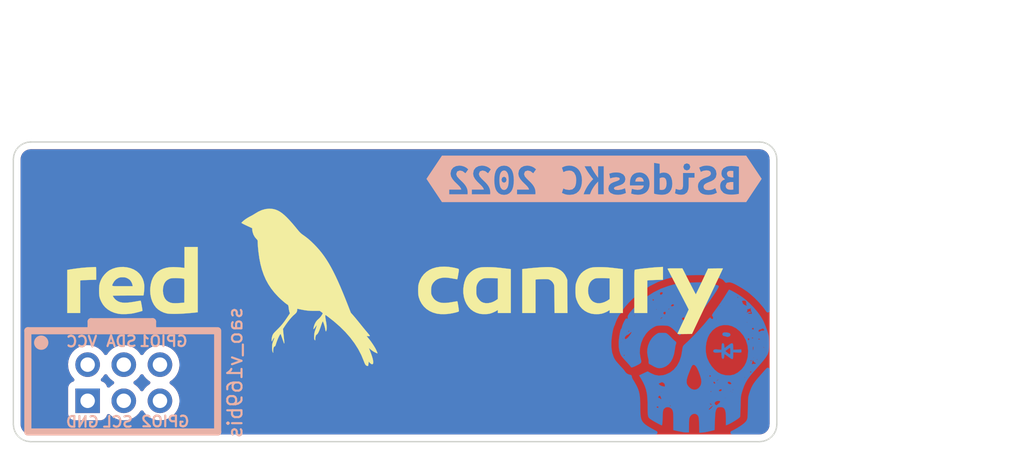
<source format=kicad_pcb>
(kicad_pcb (version 20211014) (generator pcbnew)
  (layers (0 "F.Cu" signal) (31 "B.Cu" signal) (34 "B.Paste" user) (35 "F.Paste" user) (36 "B.SilkS" user "B.Silkscreen") (37 "F.SilkS" user "F.Silkscreen") (38 "B.Mask" user) (39 "F.Mask" user) (44 "Edge.Cuts" user))
  (net 0 "")
  (footprint "LOGO" (layer "F.Cu") (at 134.8793 88.1405)
    (fp_text reference "G***" hide)
    (fp_text value "LOGO" hide)
    (fp_poly (pts (xy 14.357934 8.024667) (xy 14.678556 8.024801) (xy 14.969187 8.02507) (xy 15.231371 8.025483) (xy 15.46665 8.026048) (xy 15.676567 8.026771) (xy 15.862665 8.027662) (xy 16.026487 8.028727) (xy 16.169576 8.029976) (xy 16.293474 8.031415) (xy 16.399725 8.033052) (xy 16.48987 8.034896) (xy 16.565454 8.036954) (xy 16.628019 8.039233) (xy 16.679108 8.041743) (xy 16.720263 8.04449) (xy 16.753028 8.047483) (xy 16.778945 8.050729) (xy 16.799558 8.054236) (xy 16.806334 8.055642) (xy 17.056573 8.130891) (xy 17.285477 8.242646) (xy 17.49253 8.390613) (xy 17.635885 8.528107) (xy 17.79675 8.730229) (xy 17.919286 8.948008) (xy 18.004895 9.184547) (xy 18.054975 9.44295) (xy 18.057138 9.4615) (xy 18.059254 9.502031) (xy 18.061225 9.583821) (xy 18.063048 9.705792) (xy 18.06472 9.866871) (xy 18.066239 10.065982) (xy 18.067602 10.30205) (xy 18.068806 10.573999) (xy 18.069848 10.880754) (xy 18.070725 11.22124) (xy 18.071436 11.594382) (xy 18.071976 11.999104) (xy 18.072343 12.434331) (xy 18.072534 12.898988) (xy 18.072547 13.392) (xy 18.072379 13.91229) (xy 18.072027 14.458785) (xy 18.071513 15.007167) (xy 18.06575 20.372917) (xy 18.018792 20.537736) (xy 17.926389 20.788203) (xy 17.799595 21.015042) (xy 17.64045 21.216194) (xy 17.450991 21.389598) (xy 17.233256 21.533194) (xy 16.989282 21.644921) (xy 16.890421 21.678499) (xy 16.73225 21.727424) (xy 11.281834 21.730314) (xy 10.803051 21.730507) (xy 10.334699 21.730576) (xy 9.878591 21.730525) (xy 9.436538 21.730358) (xy 9.010353 21.730081) (xy 8.601847 21.729696) (xy 8.212834 21.729208) (xy 7.845125 21.728621) (xy 7.500532 21.72794) (xy 7.180868 21.727169) (xy 6.887945 21.726312) (xy 6.623574 21.725372) (xy 6.389569 21.724355) (xy 6.187741 21.723264) (xy 6.019903 21.722105) (xy 5.887867 21.72088) (xy 5.793444 21.719594) (xy 5.738447 21.718251) (xy 5.725087 21.717415) (xy 5.486691 21.662151) (xy 5.246889 21.566489) (xy 5.196417 21.541364) (xy 5.044346 21.446445) (xy 4.891654 21.321287) (xy 4.748691 21.176377) (xy 4.625809 21.022197) (xy 4.533906 20.870334) (xy 4.486705 20.765576) (xy 4.441964 20.649482) (xy 4.40787 20.543677) (xy 4.402376 20.522989) (xy 4.398011 20.505025) (xy 4.39396 20.486128) (xy 4.390209 20.464732) (xy 4.388535 20.452412) (xy 5.358728 20.452412) (xy 5.359511 20.455118) (xy 5.428297 20.550717) (xy 5.525834 20.643459) (xy 5.63919 20.723097) (xy 5.755434 20.779383) (xy 5.7785 20.787123) (xy 5.804074 20.788539) (xy 5.870185 20.789894) (xy 5.975037 20.791184) (xy 6.116834 20.792406) (xy 6.29378 20.793555) (xy 6.504079 20.794627) (xy 6.745936 20.795617) (xy 7.017552 20.796523) (xy 7.317134 20.797338) (xy 7.642885 20.79806) (xy 7.993008 20.798684) (xy 8.365707 20.799206) (xy 8.759188 20.799622) (xy 9.171652 20.799927) (xy 9.601305 20.800117) (xy 10.046351 20.800189) (xy 10.504992 20.800138) (xy 10.975434 20.79996) (xy 11.2395 20.799806) (xy 16.647584 20.79625) (xy 16.758001 20.738044) (xy 16.904133 20.638956) (xy 17.017786 20.512772) (xy 17.078964 20.406497) (xy 17.134417 20.28825) (xy 17.140232 18.703436) (xy 17.146046 17.118623) (xy 17.097898 17.130993) (xy 17.073745 17.13765) (xy 17.010449 17.155243) (xy 16.909636 17.183318) (xy 16.772935 17.221419) (xy 16.601974 17.269093) (xy 16.398382 17.325886) (xy 16.163785 17.391341) (xy 15.899813 17.465006) (xy 15.608093 17.546426) (xy 15.290253 17.635146) (xy 14.947922 17.730712) (xy 14.582728 17.83267) (xy 14.196297 17.940564) (xy 13.79026 18.05394) (xy 13.366243 18.172345) (xy 12.925875 18.295323) (xy 12.470783 18.42242) (xy 12.002597 18.553182) (xy 11.522943 18.687153) (xy 11.19384 18.779079) (xy 10.614482 18.940921) (xy 10.074527 19.09179) (xy 9.572598 19.232078) (xy 9.107322 19.362183) (xy 8.677323 19.482498) (xy 8.281225 19.593419) (xy 7.917653 19.695341) (xy 7.585232 19.788659) (xy 7.282587 19.873768) (xy 7.008342 19.951064) (xy 6.761121 20.02094) (xy 6.539551 20.083793) (xy 6.342254 20.140018) (xy 6.167857 20.190009) (xy 6.014983 20.234161) (xy 5.882257 20.272871) (xy 5.768305 20.306532) (xy 5.67175 20.33554) (xy 5.591217 20.36029) (xy 5.525332 20.381177) (xy 5.472719 20.398596) (xy 5.432002 20.412943) (xy 5.401806 20.424612) (xy 5.380756 20.433998) (xy 5.367476 20.441497) (xy 5.360592 20.447503) (xy 5.358728 20.452412) (xy 4.388535 20.452412) (xy 4.386749 20.439274) (xy 4.383566 20.408187) (xy 4.38065 20.369907) (xy 4.377989 20.322868) (xy 4.375571 20.265506) (xy 4.373384 20.196256) (xy 4.371417 20.113552) (xy 4.369658 20.01583) (xy 4.368096 19.901524) (xy 4.366718 19.769069) (xy 4.365514 19.616901) (xy 4.364472 19.443453) (xy 4.36358 19.247162) (xy 4.362826 19.026462) (xy 4.362198 18.779788) (xy 4.361686 18.505575) (xy 4.361277 18.202258) (xy 4.36096 17.868272) (xy 4.360723 17.502051) (xy 4.360555 17.102032) (xy 4.360444 16.666647) (xy 4.360377 16.194334) (xy 4.360345 15.683526) (xy 4.360334 15.132659) (xy 4.360334 14.869584) (xy 4.360339 14.299899) (xy 4.360364 13.770984) (xy 4.360419 13.281278) (xy 4.360516 12.829215) (xy 4.360617 12.546541) (xy 5.270304 12.546541) (xy 5.270323 12.977942) (xy 5.270392 13.446822) (xy 5.270465 13.954798) (xy 5.2705 14.503483) (xy 5.2705 14.505847) (xy 5.270522 14.960326) (xy 5.270588 15.40354) (xy 5.270695 15.833636) (xy 5.270841 16.248759) (xy 5.271025 16.647057) (xy 5.271244 17.026676) (xy 5.271496 17.385762) (xy 5.27178 17.722463) (xy 5.272093 18.034923) (xy 5.272434 18.32129) (xy 5.2728 18.579711) (xy 5.27319 18.808332) (xy 5.273601 19.005298) (xy 5.274031 19.168758) (xy 5.27448 19.296857) (xy 5.274943 19.387741) (xy 5.27542 19.439558) (xy 5.275792 19.451669) (xy 5.296351 19.446005) (xy 5.356078 19.429392) (xy 5.453371 19.402278) (xy 5.586627 19.365112) (xy 5.754243 19.31834) (xy 5.954617 19.262411) (xy 6.186147 19.197771) (xy 6.44723 19.124869) (xy 6.736263 19.044152) (xy 7.051645 18.956068) (xy 7.391771 18.861064) (xy 7.75504 18.759587) (xy 8.13985 18.652086) (xy 8.544597 18.539008) (xy 8.96768 18.420801) (xy 9.407495 18.297912) (xy 9.86244 18.170789) (xy 10.330913 18.039879) (xy 10.811311 17.90563) (xy 11.20775 17.794839) (xy 17.134417 16.138507) (xy 17.134417 9.450917) (xy 17.088678 9.351948) (xy 17.009635 9.223794) (xy 16.901226 9.107985) (xy 16.776407 9.017763) (xy 16.745857 9.001589) (xy 16.626417 8.942917) (xy 11.281834 8.937303) (xy 10.646975 8.93671) (xy 10.053937 8.936308) (xy 9.502205 8.936098) (xy 8.991268 8.936084) (xy 8.520612 8.936266) (xy 8.089723 8.936645) (xy 7.69809 8.937224) (xy 7.345199 8.938004) (xy 7.030537 8.938987) (xy 6.753591 8.940174) (xy 6.513849 8.941566) (xy 6.310796 8.943166) (xy 6.143921 8.944974) (xy 6.01271 8.946994) (xy 5.916651 8.949225) (xy 5.85523 8.951669) (xy 5.828951 8.954092) (xy 5.691741 9.000781) (xy 5.559443 9.078662) (xy 5.447522 9.177928) (xy 5.416022 9.215915) (xy 5.40035 9.235483) (xy 5.38584 9.252135) (xy 5.372446 9.267486) (xy 5.360124 9.283152) (xy 5.34883 9.300748) (xy 5.338519 9.321892) (xy 5.329147 9.348198) (xy 5.32067 9.381282) (xy 5.313042 9.42276) (xy 5.306219 9.474249) (xy 5.300157 9.537363) (xy 5.294812 9.613719) (xy 5.290139 9.704933) (xy 5.286094 9.81262) (xy 5.282632 9.938396) (xy 5.279708 10.083877) (xy 5.277279 10.250678) (xy 5.2753 10.440417) (xy 5.273725 10.654708) (xy 5.272512 10.895167) (xy 5.271616 11.16341) (xy 5.270991 11.461053) (xy 5.270594 11.789712) (xy 5.27038 12.151003) (xy 5.270304 12.546541) (xy 4.360617 12.546541) (xy 4.360666 12.413235) (xy 4.36088 12.031773) (xy 4.36117 11.683267) (xy 4.361547 11.366154) (xy 4.362023 11.078871) (xy 4.362609 10.819855) (xy 4.363316 10.587543) (xy 4.364156 10.380373) (xy 4.36514 10.196781) (xy 4.366279 10.035204) (xy 4.367585 9.894079) (xy 4.369069 9.771845) (xy 4.370742 9.666937) (xy 4.372617 9.577792) (xy 4.374703 9.502849) (xy 4.377013 9.440543) (xy 4.379558 9.389313) (xy 4.38235 9.347594) (xy 4.385399 9.313825) (xy 4.388717 9.286442) (xy 4.392315 9.263882) (xy 4.396205 9.244583) (xy 4.400399 9.226981) (xy 4.401395 9.223057) (xy 4.484903 8.979238) (xy 4.604298 8.756092) (xy 4.757276 8.556025) (xy 4.941534 8.381445) (xy 5.154767 8.23476) (xy 5.394673 8.118377) (xy 5.49275 8.082464) (xy 5.640917 8.03275) (xy 11.14425 8.026874) (xy 11.718005 8.026277) (xy 12.250969 8.025761) (xy 12.744686 8.025334) (xy 13.200698 8.025003) (xy 13.620548 8.024776) (xy 14.005779 8.024662) (xy 14.357934 8.024667)) (layer "F.Cu") (width 0.01) (fill solid))
  )
  (footprint "LOGO" (layer "F.Cu") (at 134.8793 88.1405)
    (fp_text reference "G***" hide)
    (fp_text value "LOGO" hide)
  )
  (footprint "LOGO" (layer "F.Cu") (at 134.8793 88.1405)
    (fp_text reference "G***" hide)
    (fp_text value "LOGO" hide)
  )
  (footprint "LOGO" (layer "F.Cu") (at 134.8793 88.1405)
    (fp_text reference "G***" hide)
    (fp_text value "LOGO" hide)
  )
  (footprint "LOGO" (layer "F.Cu") (at 134.8793 88.1405)
    (fp_text reference "G***" hide)
    (fp_text value "LOGO" hide)
  )
  (footprint "BadgePirates:Badgelife-SAOv169-SAO_Side_B.SLK" (layer "F.Cu") (at 132.6388 110.1598)
    (fp_text reference "X1" hide)
    (fp_text value "sao_v169bis" (at 8.2042 -0.7874 90) (layer "B.SilkS") (effects (justify mirror)))
    (fp_text user "VCC" (at -2.5654 -2.9718) (layer "B.SilkS") (effects (font (size 0.75 0.75)) (justify mirror)))
    (fp_text user "GPIO1" (at 3.175 -2.9972) (layer "B.SilkS") (effects (font (size 0.75 0.75)) (justify mirror)))
    (fp_text user "SDA" (at 0.2286 -2.9972) (layer "B.SilkS") (effects (font (size 0.75 0.75)) (justify mirror)))
    (fp_text user "SCL" (at -0.0254 2.667) (layer "B.SilkS") (effects (font (size 0.75 0.75)) (justify mirror)))
    (fp_text user "GPIO2" (at 3.302 2.6416) (layer "B.SilkS") (effects (font (size 0.75 0.75)) (justify mirror)))
    (fp_text user "GND" (at -2.5146 2.667) (layer "B.SilkS") (effects (font (size 0.75 0.75)) (justify mirror)))
    (pad "1" thru_hole oval (at -2.1498 -1.3516 270) (size 1.7272 1.7272) (drill 1.016) (layers *.Cu *.Mask))
    (pad "2" thru_hole rect (at -2.1498 1.1884 270) (size 1.7272 1.7272) (drill 1.016) (layers *.Cu *.Mask))
    (pad "3" thru_hole oval (at 0.3902 -1.3516 270) (size 1.7272 1.7272) (drill 1.016) (layers *.Cu *.Mask))
    (pad "4" thru_hole oval (at 0.3902 1.1884 270) (size 1.7272 1.7272) (drill 1.016) (layers *.Cu *.Mask))
    (pad "5" thru_hole circle (at 2.9302 -1.3516 270) (size 1.7272 1.7272) (drill 1.016) (layers *.Cu *.Mask))
    (pad "6" thru_hole circle (at 2.9302 1.1884 270) (size 1.7272 1.7272) (drill 1.016) (layers *.Cu *.Mask))
  )
  (footprint "LOGO" (layer "F.Cu") (at 134.8793 88.1405)
    (fp_text reference "G***" hide)
    (fp_text value "LOGO" hide)
  )
  (footprint "LOGO" (layer "F.Cu") (at 134.8793 88.1405)
    (fp_text reference "G***" hide)
    (fp_text value "LOGO" hide)
  )
  (footprint "kibuzzard-631686B7" (layer "B.Cu") (at 166.0652 95.758 180)
    (fp_text reference "kibuzzard-631686B7" hide)
    (fp_text value "G***" hide)
  )
  (footprint "BadgePiratesLogos:BPSkull_Distressed_F.CU" (layer "B.Cu") (at 173.101 108.3056 180)
    (fp_text reference "G***" hide)
    (fp_text value "BP LOGO" hide)
    (fp_poly (pts (xy -2.438927 4.757491) (xy -2.413077 4.719712) (xy -2.354399 4.628404) (xy -2.27113 4.496534) (xy -2.171505 4.337071) (xy -2.152436 4.306381) (xy -2.019891 4.10012) (xy -1.859846 3.862009) (xy -1.69273 3.621926) (xy -1.542991 3.415142) (xy -1.409592 3.233456) (xy -1.319352 3.103678) (xy -1.26697 3.016398) (xy -1.247149 2.962206) (xy -1.25459 2.931691) (xy -1.265849 2.922934) (xy -1.309484 2.869338) (xy -1.327277 2.792465) (xy -1.317256 2.724343) (xy -1.279769 2.696906) (xy -1.183637 2.730793) (xy -1.129167 2.804231) (xy -1.100024 2.8002) (xy -1.037352 2.744526) (xy -0.953677 2.648706) (xy -0.937692 2.628517) (xy -0.759332 2.410553) (xy -0.538512 2.156931) (xy -0.290841 1.884297) (xy -0.031927 1.609301) (xy 0.22262 1.348591) (xy 0.457193 1.118813) (xy 0.612356 0.975248) (xy 0.719139 0.875626) (xy 0.78138 0.797007) (xy 0.81442 0.710173) (xy 0.833599 0.585907) (xy 0.838044 0.545402) (xy 0.913027 0.113416) (xy 1.038822 -0.265293) (xy 1.213555 -0.588282) (xy 1.435354 -0.853106) (xy 1.702347 -1.057321) (xy 2.012659 -1.198482) (xy 2.214428 -1.25103) (xy 2.499268 -1.273252) (xy 2.776684 -1.22342) (xy 3.0583 -1.099386) (xy 3.069825 -1.092846) (xy 3.273304 -0.976427) (xy 3.571526 -1.118051) (xy 3.869747 -1.259676) (xy 3.74945 -1.460223) (xy 3.59366 -1.736776) (xy 3.474358 -1.993046) (xy 3.387278 -2.246462) (xy 3.328152 -2.514454) (xy 3.292713 -2.814453) (xy 3.276694 -3.163887) (xy 3.274623 -3.399692) (xy 3.271935 -3.694427) (xy 3.262925 -3.916741) (xy 3.247229 -4.072139) (xy 3.224481 -4.166126) (xy 3.22379 -4.167805) (xy 3.185405 -4.231654) (xy 3.117107 -4.298199) (xy 3.007129 -4.376392) (xy 2.843706 -4.475183) (xy 2.748676 -4.529261) (xy 2.583015 -4.620443) (xy 2.440098 -4.695491) (xy 2.334625 -4.746936) (xy 2.281294 -4.767308) (xy 2.280065 -4.767379) (xy 2.258715 -4.734905) (xy 2.242001 -4.635032) (xy 2.229513 -4.464096) (xy 2.22145 -4.242648) (xy 2.214453 -4.024114) (xy 2.205171 -3.868608) (xy 2.191326 -3.761003) (xy 2.170639 -3.686174) (xy 2.140834 -3.628993) (xy 2.125829 -3.607648) (xy 2.013296 -3.513712) (xy 1.979243 -3.50555) (xy 2.508105 -3.50555) (xy 2.527789 -3.530763) (xy 2.585951 -3.545633) (xy 2.639452 -3.504457) (xy 2.648276 -3.485173) (xy 2.629014 -3.448302) (xy 2.582333 -3.438769) (xy 2.512038 -3.457674) (xy 2.508105 -3.50555) (xy 1.979243 -3.50555) (xy 1.875709 -3.480735) (xy 1.733549 -3.506154) (xy 1.607297 -3.587409) (xy 1.53651 -3.681321) (xy 1.509851 -3.742147) (xy 1.490779 -3.819039) (xy 1.478087 -3.925281) (xy 1.470568 -4.074153) (xy 1.467016 -4.27894) (xy 1.466254 -4.454769) (xy 1.465385 -5.099539) (xy 1.074616 -5.187659) (xy 0.890461 -5.224727) (xy 0.71694 -5.251877) (xy 0.579468 -5.265478) (xy 0.527539 -5.265813) (xy 0.371231 -5.255846) (xy 0.37003 -4.766128) (xy 0.367818 -4.552371) (xy 0.360974 -4.399974) (xy 0.347347 -4.292184) (xy 0.324787 -4.212244) (xy 0.291144 -4.143403) (xy 0.289812 -4.141112) (xy 0.183322 -4.018862) (xy 0.053515 -3.957448) (xy -0.081678 -3.95846) (xy -0.204326 -4.023486) (xy -0.263275 -4.092111) (xy -0.292803 -4.151996) (xy -0.31413 -4.236548) (xy -0.32903 -4.359655) (xy -0.33928 -4.535201) (xy -0.34567 -4.736259) (xy -0.359187 -5.275385) (xy -0.521516 -5.272278) (xy -0.652693 -5.261679) (xy -0.815303 -5.237794) (xy -0.918308 -5.217715) (xy -1.07154 -5.183117) (xy -1.216205 -5.148874) (xy -1.289538 -5.130513) (xy -1.426308 -5.094767) (xy -1.449113 -4.449487) (xy -1.459738 -4.192948) (xy -1.471984 -4.000966) (xy -1.487516 -3.859947) (xy -1.507995 -3.756294) (xy -1.535086 -3.676412) (xy -1.546806 -3.650796) (xy -1.603231 -3.552308) (xy -1.665554 -3.505138) (xy -1.766017 -3.487022) (xy -1.786276 -3.485442) (xy -1.934959 -3.488833) (xy -2.047939 -3.528509) (xy -2.129414 -3.612162) (xy -2.183583 -3.747483) (xy -2.214645 -3.942165) (xy -2.226798 -4.2039) (xy -2.227384 -4.293631) (xy -2.227384 -4.76545) (xy -2.334846 -4.724929) (xy -2.461125 -4.668894) (xy -2.613095 -4.588944) (xy -2.775408 -4.494777) (xy -2.93272 -4.396092) (xy -3.069683 -4.302587) (xy -3.170952 -4.22396) (xy -3.22118 -4.169908) (xy -3.223689 -4.163209) (xy -3.229875 -4.099506) (xy -3.236715 -3.971919) (xy -3.243641 -3.794708) (xy -3.250086 -3.582134) (xy -3.254547 -3.392816) (xy -1.308713 -3.392816) (xy -1.296901 -3.430517) (xy -1.242725 -3.501935) (xy -1.204406 -3.543662) (xy -1.102635 -3.637915) (xy -1.0385 -3.673136) (xy -1.016001 -3.647137) (xy -1.016 -3.646698) (xy -1.041977 -3.604087) (xy -1.105464 -3.538441) (xy -1.184795 -3.468552) (xy -1.258303 -3.413212) (xy -1.304324 -3.391213) (xy -1.308713 -3.392816) (xy -3.254547 -3.392816) (xy -3.254742 -3.384555) (xy 1.654663 -3.384555) (xy 1.660769 -3.399692) (xy 1.695884 -3.436971) (xy 1.702152 -3.438769) (xy 1.718937 -3.408536) (xy 1.719385 -3.399692) (xy 1.689344 -3.362117) (xy 1.678002 -3.360616) (xy 1.654663 -3.384555) (xy -3.254742 -3.384555) (xy -3.254846 -3.380154) (xy -3.260577 -3.126855) (xy -3.261833 -3.091924) (xy -1.829308 -3.091924) (xy -1.795988 -3.15572) (xy -1.709615 -3.24279) (xy -1.622309 -3.319648) (xy -1.570436 -3.35214) (xy -1.532435 -3.349378) (xy -1.501611 -3.330709) (xy -1.479347 -3.304442) (xy -1.243604 -3.304442) (xy -1.229692 -3.318879) (xy -1.203921 -3.320296) (xy -1.132353 -3.299541) (xy -1.112085 -3.279862) (xy -1.097339 -3.229692) (xy -1.133785 -3.226255) (xy -1.194699 -3.262084) (xy -1.243604 -3.304442) (xy -1.479347 -3.304442) (xy -1.43726 -3.254788) (xy -1.439033 -3.174456) (xy -1.462806 -3.145692) (xy 1.719385 -3.145692) (xy 1.738923 -3.165231) (xy 1.758462 -3.145692) (xy 1.738923 -3.126154) (xy 1.719385 -3.145692) (xy -1.462806 -3.145692) (xy -1.497191 -3.10409) (xy -1.601994 -3.058064) (xy -1.693154 -3.048) (xy -1.795197 -3.057993) (xy -1.829308 -3.091924) (xy -3.261833 -3.091924) (xy -3.26751 -2.934183) (xy -3.268576 -2.91908) (xy 2.309369 -2.91908) (xy 2.32736 -2.930351) (xy 2.344616 -2.930769) (xy 2.382557 -2.901033) (xy 2.383692 -2.891692) (xy 2.416421 -2.859943) (xy 2.461846 -2.852616) (xy 2.525488 -2.828568) (xy 2.534663 -2.773484) (xy 2.48877 -2.712955) (xy 2.465472 -2.698248) (xy 2.410425 -2.68183) (xy 2.373588 -2.717913) (xy 2.348241 -2.780858) (xy 2.316159 -2.876292) (xy 2.309369 -2.91908) (xy -3.268576 -2.91908) (xy -3.27465 -2.833077) (xy -2.188308 -2.833077) (xy -2.168769 -2.852616) (xy -2.149231 -2.833077) (xy -2.168769 -2.813539) (xy -2.188308 -2.833077) (xy -3.27465 -2.833077) (xy -3.278073 -2.784621) (xy -3.294694 -2.660653) (xy -3.319798 -2.54476) (xy -3.349238 -2.442308) (xy -2.696308 -2.442308) (xy -2.676769 -2.461846) (xy -2.657231 -2.442308) (xy 2.305539 -2.442308) (xy 2.325077 -2.461846) (xy 2.344616 -2.442308) (xy 2.325077 -2.422769) (xy 2.305539 -2.442308) (xy -2.657231 -2.442308) (xy -2.676769 -2.422769) (xy -2.696308 -2.442308) (xy -3.349238 -2.442308) (xy -3.355814 -2.419426) (xy -3.373726 -2.364154) (xy -2.579077 -2.364154) (xy -2.559538 -2.383692) (xy -2.557232 -2.381386) (xy -1.211384 -2.381386) (xy -1.183018 -2.421179) (xy -1.172308 -2.422769) (xy -1.134247 -2.409437) (xy -1.133231 -2.405537) (xy -1.160613 -2.372174) (xy -1.172308 -2.364154) (xy -1.208316 -2.367252) (xy -1.211384 -2.381386) (xy -2.557232 -2.381386) (xy -2.54 -2.364154) (xy -2.559538 -2.344616) (xy -2.579077 -2.364154) (xy -3.373726 -2.364154) (xy -3.405169 -2.267134) (xy -3.405391 -2.266462) (xy -2.735384 -2.266462) (xy -2.721087 -2.298626) (xy -2.709333 -2.292513) (xy -2.707186 -2.271216) (xy -1.933196 -2.271216) (xy -1.926902 -2.30244) (xy -1.885977 -2.355698) (xy -1.819157 -2.377074) (xy -1.756256 -2.365929) (xy -1.727087 -2.321628) (xy -1.728283 -2.306685) (xy -1.771174 -2.258334) (xy -1.843662 -2.234853) (xy -1.91696 -2.235213) (xy -1.933196 -2.271216) (xy -2.707186 -2.271216) (xy -2.704656 -2.246138) (xy -2.709333 -2.24041) (xy -2.732564 -2.245774) (xy -2.735384 -2.266462) (xy -3.405391 -2.266462) (xy -3.411868 -2.246923) (xy -3.507819 -1.984744) (xy -3.585934 -1.816504) (xy -2.608592 -1.816504) (xy -2.600822 -1.861406) (xy -2.530231 -1.884775) (xy -2.442483 -1.87048) (xy -2.369517 -1.815824) (xy -2.363974 -1.802323) (xy -1.484923 -1.802323) (xy -1.458714 -1.834509) (xy -1.404503 -1.828529) (xy -1.358916 -1.790164) (xy -1.355027 -1.78182) (xy -1.349132 -1.719435) (xy -1.35401 -1.709893) (xy -0.503425 -1.709893) (xy -0.475022 -1.883557) (xy -0.429631 -1.993345) (xy -0.313467 -2.148735) (xy -0.164559 -2.241053) (xy 0.002234 -2.267213) (xy 0.17205 -2.224134) (xy 0.293713 -2.14343) (xy 0.421966 -2.014777) (xy 0.433482 -1.996651) (xy 2.052893 -1.996651) (xy 2.056977 -2.034533) (xy 2.102063 -2.043843) (xy 2.196858 -2.030437) (xy 2.31906 -1.992092) (xy 2.419256 -1.934362) (xy 2.432038 -1.922869) (xy 2.511048 -1.843858) (xy 2.385777 -1.779078) (xy 2.295758 -1.738994) (xy 2.233699 -1.739309) (xy 2.165792 -1.776358) (xy 2.09596 -1.83662) (xy 2.068087 -1.886362) (xy 2.058074 -1.967388) (xy 2.052893 -1.996651) (xy 0.433482 -1.996651) (xy 0.503159 -1.88699) (xy 0.538584 -1.746392) (xy 0.533947 -1.660769) (xy 2.344616 -1.660769) (xy 2.364154 -1.680308) (xy 2.383692 -1.660769) (xy 2.364154 -1.641231) (xy 2.344616 -1.660769) (xy 0.533947 -1.660769) (xy 0.529534 -1.579305) (xy 0.477301 -1.372054) (xy 0.389665 -1.127583) (xy 0.301676 -0.904037) (xy 0.235037 -0.743246) (xy 0.18412 -0.634615) (xy 0.143298 -0.567549) (xy 0.106944 -0.531452) (xy 0.069432 -0.515729) (xy 0.064134 -0.514621) (xy -0.024381 -0.530291) (xy -0.115639 -0.612891) (xy -0.211364 -0.765127) (xy -0.31328 -0.989702) (xy -0.415548 -1.267075) (xy -0.483713 -1.510243) (xy -0.503425 -1.709893) (xy -1.35401 -1.709893) (xy -1.35702 -1.704006) (xy -1.400098 -1.705321) (xy -1.453872 -1.744733) (xy -1.484425 -1.796171) (xy -1.484923 -1.802323) (xy -2.363974 -1.802323) (xy -2.344615 -1.755174) (xy -2.375199 -1.712973) (xy -2.445445 -1.703148) (xy -2.523099 -1.727487) (xy -2.545651 -1.744037) (xy -2.608592 -1.816504) (xy -3.585934 -1.816504) (xy -3.61472 -1.754509) (xy -3.744467 -1.536603) (xy -3.752917 -1.525034) (xy -1.713913 -1.525034) (xy -1.711385 -1.538638) (xy -1.685292 -1.572846) (xy -1.625746 -1.62771) (xy -1.590856 -1.641231) (xy -1.563318 -1.63355) (xy -1.566333 -1.630173) (xy -1.607046 -1.60099) (xy -1.660769 -1.561789) (xy -1.713913 -1.525034) (xy -3.752917 -1.525034) (xy -3.8393 -1.406769) (xy -3.556 -1.406769) (xy -3.541702 -1.438934) (xy -3.529949 -1.432821) (xy -3.525272 -1.386445) (xy -3.529949 -1.380718) (xy -3.55318 -1.386082) (xy -3.556 -1.406769) (xy -3.8393 -1.406769) (xy -3.908953 -1.311409) (xy -3.939896 -1.27446) (xy -1.167585 -1.27446) (xy -1.157928 -1.328412) (xy -1.147319 -1.340579) (xy -1.098607 -1.348482) (xy -1.059111 -1.308875) (xy -1.055077 -1.287232) (xy -1.086762 -1.254599) (xy -1.113692 -1.250462) (xy -1.167585 -1.27446) (xy -3.939896 -1.27446) (xy -4.120074 -1.05931) (xy -4.158237 -1.016) (xy -4.024923 -1.016) (xy -3.993272 -1.050668) (xy -3.966308 -1.055077) (xy -3.914305 -1.033977) (xy -3.907692 -1.016) (xy -3.939343 -0.981332) (xy -3.966308 -0.976923) (xy -4.01831 -0.998024) (xy -4.024923 -1.016) (xy -4.158237 -1.016) (xy -4.424854 -0.71474) (xy -4.644397 -0.463937) (xy -4.672262 -0.431109) (xy -4.330018 -0.431109) (xy -4.287175 -0.45434) (xy -4.226355 -0.45045) (xy -4.135391 -0.447943) (xy -4.08219 -0.47111) (xy -4.082016 -0.471387) (xy -4.051238 -0.505409) (xy -4.045919 -0.468795) (xy -4.066016 -0.364787) (xy -4.074361 -0.332154) (xy -3.985846 -0.332154) (xy -3.966308 -0.351692) (xy -3.946769 -0.332154) (xy -3.966308 -0.312616) (xy -3.985846 -0.332154) (xy -4.074361 -0.332154) (xy -4.084356 -0.293077) (xy -4.109257 -0.212617) (xy -4.024923 -0.212617) (xy -4.004521 -0.266083) (xy -3.985846 -0.273539) (xy -3.947888 -0.245492) (xy -3.946769 -0.236768) (xy -3.975174 -0.183845) (xy -3.985846 -0.175846) (xy -4.0193 -0.184705) (xy -4.024923 -0.212617) (xy -4.109257 -0.212617) (xy -4.11508 -0.193804) (xy -4.13399 -0.166502) (xy -4.139516 -0.195888) (xy -4.176053 -0.294319) (xy -4.227549 -0.332657) (xy -4.310193 -0.385543) (xy -4.330018 -0.431109) (xy -4.672262 -0.431109) (xy -4.821426 -0.255383) (xy -4.921137 -0.130257) (xy -4.441743 -0.130257) (xy -4.436379 -0.153488) (xy -4.415692 -0.156308) (xy -4.383527 -0.14201) (xy -4.389641 -0.130257) (xy -4.436016 -0.12558) (xy -4.441743 -0.130257) (xy -4.921137 -0.130257) (xy -4.960498 -0.080865) (xy -5.004081 -0.019539) (xy -4.181231 -0.019539) (xy -4.161692 -0.039077) (xy -4.142154 -0.019539) (xy -4.161692 0) (xy -4.181231 -0.019539) (xy -5.004081 -0.019539) (xy -5.066172 0.067827) (xy -5.143009 0.198904) (xy -5.195566 0.320577) (xy -5.228402 0.441057) (xy -5.229304 0.447564) (xy -3.788274 0.447564) (xy -3.75684 0.054219) (xy -3.731435 -0.069615) (xy -3.646267 -0.347646) (xy -3.526082 -0.581096) (xy -3.354034 -0.801397) (xy -3.318895 -0.839294) (xy -3.068404 -1.05596) (xy -2.798733 -1.196881) (xy -2.510536 -1.261908) (xy -2.204469 -1.250893) (xy -1.887128 -1.16592) (xy -1.658337 -1.044289) (xy -1.459015 -0.879231) (xy -0.898769 -0.879231) (xy -0.879231 -0.898769) (xy -0.859692 -0.879231) (xy -0.879231 -0.859692) (xy -0.898769 -0.879231) (xy -1.459015 -0.879231) (xy -1.435043 -0.85938) (xy -1.229308 -0.625796) (xy -1.053192 -0.358136) (xy -0.918753 -0.071002) (xy -0.87566 0.058615) (xy -0.815852 0.379362) (xy -0.809526 0.721482) (xy -0.853916 1.062913) (xy -0.94625 1.381598) (xy -1.074265 1.640675) (xy -1.278464 1.898829) (xy -1.518508 2.092246) (xy -1.785221 2.220076) (xy -2.069428 2.281468) (xy -2.361955 2.275569) (xy -2.653627 2.201529) (xy -2.935269 2.058497) (xy -3.197706 1.845622) (xy -3.204993 1.838343) (xy -3.452089 1.536435) (xy -3.63336 1.197871) (xy -3.746268 0.831848) (xy -3.788274 0.447564) (xy -5.229304 0.447564) (xy -5.246077 0.568555) (xy -5.250946 0.666852) (xy -4.914111 0.666852) (xy -4.908766 0.664308) (xy -4.873105 0.691817) (xy -4.866348 0.701553) (xy -4.163456 0.701553) (xy -4.159293 0.615406) (xy -4.143284 0.539399) (xy -4.120449 0.508) (xy -4.113543 0.542659) (xy -4.112388 0.629235) (xy -4.113445 0.664161) (xy -4.123445 0.758257) (xy -4.142754 0.775405) (xy -4.151567 0.763331) (xy -4.163456 0.701553) (xy -4.866348 0.701553) (xy -4.865077 0.703384) (xy -4.855119 0.739917) (xy -4.860464 0.742461) (xy -4.896125 0.714952) (xy -4.904154 0.703384) (xy -4.914111 0.666852) (xy -5.250946 0.666852) (xy -5.253148 0.711282) (xy -5.254175 0.877449) (xy -5.253897 0.957384) (xy -5.252094 1.179939) (xy -5.24896 1.27) (xy -4.689231 1.27) (xy -4.669692 1.250461) (xy -4.650154 1.27) (xy -4.669692 1.289538) (xy -4.611077 1.289538) (xy -4.579426 1.25487) (xy -4.552461 1.250461) (xy -4.500459 1.271562) (xy -4.493846 1.289538) (xy -4.516928 1.314822) (xy -3.882329 1.314822) (xy -3.864618 1.258842) (xy -3.857007 1.246276) (xy -3.818896 1.193788) (xy -3.7938 1.209511) (xy -3.774554 1.250126) (xy -3.754339 1.320734) (xy -3.759191 1.349448) (xy -3.8078 1.354848) (xy -3.841645 1.345598) (xy -3.882329 1.314822) (xy -4.516928 1.314822) (xy -4.525497 1.324207) (xy -4.552461 1.328615) (xy -4.604464 1.307515) (xy -4.611077 1.289538) (xy -4.669692 1.289538) (xy -4.689231 1.27) (xy -5.24896 1.27) (xy -5.246292 1.346664) (xy -5.244218 1.367692) (xy -4.142154 1.367692) (xy -4.114107 1.329734) (xy -4.105383 1.328615) (xy -4.05246 1.35702) (xy -4.044461 1.367692) (xy -4.05332 1.401146) (xy -4.081232 1.406769) (xy -4.134698 1.386367) (xy -4.142154 1.367692) (xy -5.244218 1.367692) (xy -5.233149 1.479877) (xy -5.20932 1.601901) (xy -5.171462 1.735055) (xy -5.116231 1.90166) (xy -5.10947 1.92147) (xy -5.106982 1.928377) (xy -4.923692 1.928377) (xy -4.902642 1.885581) (xy -4.828977 1.884779) (xy -4.819107 1.886574) (xy -4.713903 1.882057) (xy -4.660008 1.852052) (xy -4.581286 1.800921) (xy -4.521733 1.825032) (xy -4.512327 1.838327) (xy -4.511843 1.89893) (xy -4.556566 1.954156) (xy -4.618278 1.97184) (xy -4.627212 1.969283) (xy -4.689905 1.979775) (xy -4.72615 2.009862) (xy -4.726758 2.010155) (xy -4.181231 2.010155) (xy -4.173813 1.962602) (xy -4.135003 1.960574) (xy -4.085737 1.977948) (xy -4.045138 2.011047) (xy -4.06743 2.055672) (xy -4.127572 2.090158) (xy -4.172321 2.057275) (xy -4.181231 2.010155) (xy -4.726758 2.010155) (xy -4.79374 2.042405) (xy -4.868754 2.021526) (xy -4.918338 1.960776) (xy -4.923692 1.928377) (xy -5.106982 1.928377) (xy -5.037082 2.122417) (xy -4.95754 2.325834) (xy -4.88874 2.487897) (xy -3.738359 2.487897) (xy -3.732995 2.464666) (xy -3.712308 2.461846) (xy -3.680143 2.476144) (xy -3.686256 2.487897) (xy -3.732631 2.492574) (xy -3.738359 2.487897) (xy -4.88874 2.487897) (xy -4.882592 2.502379) (xy -4.843435 2.585778) (xy -4.778854 2.696308) (xy -1.563077 2.696308) (xy -1.548779 2.664143) (xy -1.537026 2.670256) (xy -1.532349 2.716631) (xy -1.537026 2.722359) (xy -1.560257 2.716995) (xy -1.563077 2.696308) (xy -4.778854 2.696308) (xy -4.672394 2.878511) (xy -4.53256 3.071506) (xy -4.064 3.071506) (xy -4.02932 3.067882) (xy -3.942866 3.065893) (xy -3.910278 3.065762) (xy -3.813967 3.071578) (xy -3.784919 3.091851) (xy -3.795904 3.113174) (xy -3.859037 3.144518) (xy -3.887058 3.140705) (xy -3.949171 3.147088) (xy -3.964832 3.162843) (xy -3.966826 3.208491) (xy -3.917434 3.228518) (xy -3.840094 3.219867) (xy -3.770621 3.188165) (xy -3.703052 3.154497) (xy -3.673298 3.160663) (xy -3.673231 3.162024) (xy -3.701468 3.216365) (xy -3.708639 3.221579) (xy -3.728856 3.27212) (xy -3.72362 3.321577) (xy -3.723188 3.379733) (xy -3.776939 3.398977) (xy -3.803501 3.399692) (xy -3.896724 3.424563) (xy -3.947778 3.468077) (xy -3.979827 3.514677) (xy -3.978699 3.495075) (xy -3.970749 3.468765) (xy -3.970156 3.39136) (xy -3.993998 3.279252) (xy -4.006875 3.23916) (xy -4.041405 3.140117) (xy -4.061722 3.079564) (xy -4.064 3.071506) (xy -4.53256 3.071506) (xy -4.446372 3.19046) (xy -4.179898 3.505114) (xy -4.046486 3.642383) (xy -3.699391 3.642383) (xy -3.657847 3.639997) (xy -3.600663 3.662029) (xy -1.830316 3.662029) (xy -1.820808 3.640191) (xy -1.781462 3.598241) (xy -1.758842 3.606846) (xy -1.758461 3.612309) (xy -1.786217 3.645361) (xy -1.803576 3.657424) (xy -1.830316 3.662029) (xy -3.600663 3.662029) (xy -3.560494 3.677505) (xy -3.522927 3.695631) (xy -3.440172 3.754501) (xy -3.40033 3.817404) (xy -3.399692 3.824585) (xy -3.393006 3.849077) (xy -1.953846 3.849077) (xy -1.934308 3.829538) (xy -1.914769 3.849077) (xy -1.934308 3.868615) (xy -1.953846 3.849077) (xy -3.393006 3.849077) (xy -3.377179 3.907042) (xy -3.358173 3.933581) (xy -3.352772 3.967838) (xy -3.418675 3.994985) (xy -3.44593 4.000955) (xy -3.56526 3.997325) (xy -3.642279 3.940492) (xy -3.662934 3.843022) (xy -3.657199 3.812033) (xy -3.659967 3.724757) (xy -3.679651 3.685033) (xy -3.699391 3.642383) (xy -4.046486 3.642383) (xy -3.887502 3.805962) (xy -3.583713 4.076494) (xy -3.417805 4.205816) (xy -3.397012 4.220308) (xy -3.087077 4.220308) (xy -3.073744 4.182247) (xy -3.069845 4.181231) (xy -3.036482 4.208613) (xy -3.028461 4.220308) (xy -3.03156 4.256316) (xy -3.045694 4.259384) (xy -3.085487 4.231018) (xy -3.087077 4.220308) (xy -3.397012 4.220308) (xy -3.278826 4.302679) (xy -3.11742 4.40643) (xy -2.947225 4.509382) (xy -2.781881 4.603849) (xy -2.635025 4.682143) (xy -2.520298 4.73658) (xy -2.451337 4.759471) (xy -2.438927 4.757491)) (layer "B.Cu") (width 0.01) (fill solid))
    (fp_poly (pts (xy -0.126879 5.270691) (xy 0.139166 5.264222) (xy 0.17547 5.263225) (xy 0.485142 5.253004) (xy 0.736753 5.239453) (xy 0.950393 5.219605) (xy 1.146155 5.190494) (xy 1.34413 5.149155) (xy 1.564408 5.09262) (xy 1.816862 5.020904) (xy 2.335584 4.833391) (xy 2.850085 4.577373) (xy 3.345366 4.261752) (xy 3.806427 3.895432) (xy 3.973676 3.740796) (xy 4.235306 3.478945) (xy 4.437297 3.256611) (xy 4.578596 3.075149) (xy 4.658151 2.935917) (xy 4.674912 2.840272) (xy 4.67416 2.836965) (xy 4.667478 2.748029) (xy 4.698641 2.714) (xy 4.750419 2.737519) (xy 4.784822 2.740856) (xy 4.830303 2.693461) (xy 4.893647 2.586725) (xy 4.939629 2.497469) (xy 5.006487 2.352596) (xy 5.056057 2.223781) (xy 5.079304 2.135038) (xy 5.08 2.124442) (xy 5.092946 2.053538) (xy 5.115945 2.032) (xy 5.145983 1.995605) (xy 5.180155 1.896491) (xy 5.215444 1.749766) (xy 5.24883 1.570537) (xy 5.277295 1.373911) (xy 5.297818 1.174995) (xy 5.303358 1.094154) (xy 5.301868 0.761082) (xy 5.259527 0.466368) (xy 5.178685 0.222148) (xy 5.111637 0.103398) (xy 5.04852 0.022703) (xy 4.947143 -0.095545) (xy 4.823672 -0.23281) (xy 4.740639 -0.321956) (xy 4.623216 -0.449684) (xy 4.529178 -0.55865) (xy 4.469792 -0.635376) (xy 4.454769 -0.66388) (xy 4.428771 -0.698032) (xy 4.348596 -0.689921) (xy 4.210971 -0.638658) (xy 4.015154 -0.544651) (xy 3.861626 -0.463699) (xy 3.768208 -0.398702) (xy 3.72542 -0.330039) (xy 3.723785 -0.238091) (xy 3.753824 -0.103236) (xy 3.770923 -0.039077) (xy 3.801334 0.156308) (xy 4.884616 0.156308) (xy 4.914352 0.118366) (xy 4.923692 0.117231) (xy 4.961634 0.146967) (xy 4.962769 0.156308) (xy 4.933033 0.194249) (xy 4.923692 0.195384) (xy 4.885751 0.165648) (xy 4.884616 0.156308) (xy 3.801334 0.156308) (xy 3.82462 0.305907) (xy 3.809382 0.663643) (xy 3.729393 1.019276) (xy 3.706426 1.074615) (xy 5.119077 1.074615) (xy 5.138616 1.055077) (xy 5.158154 1.074615) (xy 5.138616 1.094154) (xy 5.119077 1.074615) (xy 3.706426 1.074615) (xy 3.588832 1.357948) (xy 3.391881 1.664803) (xy 3.279137 1.792211) (xy 4.401877 1.792211) (xy 4.406477 1.753188) (xy 4.454344 1.666801) (xy 4.544674 1.538398) (xy 4.552632 1.527888) (xy 4.669527 1.390934) (xy 4.767085 1.309334) (xy 4.838938 1.286093) (xy 4.869713 1.31559) (xy 4.975795 1.31559) (xy 4.981159 1.292358) (xy 5.001846 1.289538) (xy 5.034011 1.303836) (xy 5.027898 1.31559) (xy 4.981522 1.320266) (xy 4.975795 1.31559) (xy 4.869713 1.31559) (xy 4.878715 1.324217) (xy 4.884616 1.371198) (xy 4.855381 1.451194) (xy 4.786513 1.534939) (xy 4.706265 1.59194) (xy 4.671831 1.600854) (xy 4.621991 1.626589) (xy 4.545112 1.688681) (xy 4.5257 1.706766) (xy 4.441349 1.77852) (xy 4.401877 1.792211) (xy 3.279137 1.792211) (xy 3.244528 1.831321) (xy 3.202093 1.86864) (xy 4.536518 1.86864) (xy 4.564515 1.841511) (xy 4.572 1.836615) (xy 4.630801 1.802494) (xy 4.648926 1.812642) (xy 4.650154 1.836615) (xy 4.617934 1.869459) (xy 4.581769 1.875094) (xy 4.536518 1.86864) (xy 3.202093 1.86864) (xy 3.106496 1.952711) (xy 2.946706 2.07022) (xy 2.850325 2.129692) (xy 2.745235 2.18419) (xy 2.653959 2.2186) (xy 2.553025 2.237485) (xy 2.418957 2.245403) (xy 2.246923 2.246923) (xy 2.061261 2.24496) (xy 1.931548 2.236336) (xy 1.835621 2.216945) (xy 1.751317 2.182683) (xy 1.676406 2.141253) (xy 1.560239 2.059088) (xy 1.421923 1.941225) (xy 1.289585 1.811799) (xy 1.27793 1.79933) (xy 1.172742 1.69021) (xy 1.085351 1.607777) (xy 1.030589 1.565754) (xy 1.022617 1.563077) (xy 0.981464 1.590632) (xy 0.897052 1.667093) (xy 0.77827 1.783157) (xy 0.634007 1.92952) (xy 0.473151 2.096876) (xy 0.304594 2.275923) (xy 0.137222 2.457354) (xy -0.020073 2.631867) (xy -0.127909 2.755264) (xy 0.656073 2.755264) (xy 0.668082 2.684521) (xy 0.673441 2.67233) (xy 0.707823 2.613095) (xy 0.749737 2.611254) (xy 0.807472 2.645476) (xy 0.870211 2.693891) (xy 0.871898 2.734271) (xy 0.837342 2.777569) (xy 0.773973 2.82461) (xy 0.708213 2.807423) (xy 0.70331 2.804423) (xy 0.656073 2.755264) (xy -0.127909 2.755264) (xy -0.158403 2.790157) (xy -0.191574 2.829478) (xy 2.230299 2.829478) (xy 2.244258 2.79715) (xy 2.288791 2.757714) (xy 2.352601 2.721523) (xy 2.380778 2.719445) (xy 2.366819 2.751772) (xy 2.322286 2.791209) (xy 2.258477 2.8274) (xy 2.230299 2.829478) (xy -0.191574 2.829478) (xy -0.223877 2.867769) (xy -0.275074 2.930769) (xy 4.181231 2.930769) (xy 4.195529 2.898604) (xy 4.207282 2.904718) (xy 4.211959 2.951093) (xy 4.207282 2.95682) (xy 4.184051 2.951456) (xy 4.181231 2.930769) (xy -0.275074 2.930769) (xy -0.38622 3.067538) (xy -0.117231 3.067538) (xy -0.097692 3.048) (xy -0.078154 3.067538) (xy -0.097692 3.087077) (xy -0.117231 3.067538) (xy -0.38622 3.067538) (xy -0.422905 3.11268) (xy -0.479306 3.184563) (xy 2.006757 3.184563) (xy 2.008967 3.098455) (xy 2.011213 3.09101) (xy 2.050654 3.019808) (xy 2.103889 3.024229) (xy 2.15274 3.071767) (xy 2.182494 3.127237) (xy 2.149811 3.174205) (xy 2.130318 3.189144) (xy 2.05209 3.218816) (xy 2.006757 3.184563) (xy -0.479306 3.184563) (xy -0.510128 3.223846) (xy 4.376616 3.223846) (xy 4.396154 3.204308) (xy 4.415692 3.223846) (xy 4.396154 3.243384) (xy 4.376616 3.223846) (xy -0.510128 3.223846) (xy -0.626493 3.372152) (xy -0.665135 3.422915) (xy 1.730977 3.422915) (xy 1.758462 3.399692) (xy 1.820814 3.364546) (xy 1.829121 3.377783) (xy 1.824238 3.386667) (xy 2.63118 3.386667) (xy 2.636544 3.363435) (xy 2.657231 3.360615) (xy 2.689396 3.374913) (xy 2.683282 3.386667) (xy 2.636907 3.391343) (xy 2.63118 3.386667) (xy 1.824238 3.386667) (xy 1.817077 3.399692) (xy 1.760008 3.436845) (xy 1.746386 3.438171) (xy 1.730977 3.422915) (xy -0.665135 3.422915) (xy -0.797497 3.596795) (xy 0.279109 3.596795) (xy 0.291864 3.557962) (xy 0.340632 3.534073) (xy 0.357797 3.540235) (xy 0.374244 3.581664) (xy 0.355749 3.606651) (xy 0.303213 3.629034) (xy 0.279109 3.596795) (xy -0.797497 3.596795) (xy -0.828802 3.637918) (xy -0.855708 3.67428) (xy 1.415929 3.67428) (xy 1.458187 3.624822) (xy 1.465848 3.619109) (xy 1.542356 3.586072) (xy 1.607347 3.591179) (xy 1.633816 3.630036) (xy 1.630787 3.645946) (xy 1.579491 3.713579) (xy 1.50353 3.742584) (xy 1.439253 3.721345) (xy 1.415929 3.67428) (xy -0.855708 3.67428) (xy -0.96787 3.825858) (xy -0.271643 3.825858) (xy -0.259103 3.770131) (xy -0.219602 3.729017) (xy -0.193763 3.732848) (xy -0.175968 3.776627) (xy -0.199055 3.814423) (xy -0.250742 3.853062) (xy -0.271643 3.825858) (xy -0.96787 3.825858) (xy -1.023997 3.901709) (xy -1.070429 3.966308) (xy -0.312615 3.966308) (xy -0.293077 3.946769) (xy -0.273538 3.966308) (xy -0.293077 3.985846) (xy -0.312615 3.966308) (xy -1.070429 3.966308) (xy -1.114127 4.027104) (xy 2.830751 4.027104) (xy 2.840652 4.010835) (xy 2.897377 3.987063) (xy 2.929635 4.028889) (xy 2.930769 4.044461) (xy 2.910892 4.096482) (xy 2.893999 4.103077) (xy 2.842971 4.077221) (xy 2.830751 4.027104) (xy -1.114127 4.027104) (xy -1.20624 4.155255) (xy -1.220048 4.17511) (xy -0.02602 4.17511) (xy -0.014131 4.122615) (xy 0.040845 4.072505) (xy 0.129822 4.07222) (xy 0.18965 4.098706) (xy 0.222268 4.141773) (xy 0.199465 4.212667) (xy 0.198044 4.215338) (xy 0.131372 4.283908) (xy 0.055999 4.293153) (xy -0.004367 4.253434) (xy -0.02602 4.17511) (xy -1.220048 4.17511) (xy -1.298193 4.287476) (xy -0.752151 4.287476) (xy -0.716072 4.239741) (xy -0.710686 4.23573) (xy -0.640659 4.207711) (xy -0.583429 4.217185) (xy -0.56625 4.256731) (xy -0.572924 4.273248) (xy -0.63214 4.364002) (xy -0.676179 4.389178) (xy -0.718929 4.355747) (xy -0.723962 4.349047) (xy -0.752151 4.287476) (xy -1.298193 4.287476) (xy -1.369694 4.390287) (xy -1.474872 4.54806) (xy -1.002567 4.54806) (xy -0.996461 4.532923) (xy -0.961347 4.495644) (xy -0.955078 4.493846) (xy -0.938294 4.52408) (xy -0.937846 4.532923) (xy -0.951897 4.550498) (xy 2.203283 4.550498) (xy 2.228456 4.481441) (xy 2.249353 4.457731) (xy 2.332286 4.398293) (xy 2.388932 4.41134) (xy 2.41505 4.482044) (xy 2.397878 4.554149) (xy 2.337571 4.585165) (xy 2.242879 4.589731) (xy 2.203283 4.550498) (xy -0.951897 4.550498) (xy -0.967887 4.570498) (xy -0.979229 4.572) (xy -1.002567 4.54806) (xy -1.474872 4.54806) (xy -1.508523 4.598537) (xy -1.61689 4.771737) (xy -1.688957 4.901616) (xy -1.718889 4.979906) (xy -1.719385 4.986401) (xy -1.715712 5.016887) (xy -1.697185 5.041628) (xy -1.652539 5.064345) (xy -1.570509 5.088762) (xy -1.439831 5.118599) (xy -1.24924 5.157579) (xy -1.129182 5.181419) (xy -0.943426 5.217152) (xy -0.788996 5.243049) (xy -0.648009 5.260229) (xy -0.502583 5.269816) (xy -0.334834 5.272929) (xy -0.126879 5.270691)) (layer "B.Cu") (width 0.01) (fill solid))
    (fp_poly (pts (xy -2.543448 0.957753) (xy -2.400288 0.861304) (xy -2.374228 0.842045) (xy -2.129692 0.659962) (xy -2.110154 0.828212) (xy -2.090326 0.936955) (xy -2.057084 0.986573) (xy -2.012461 0.996461) (xy -1.967798 0.9866) (xy -1.941994 0.945141) (xy -1.928083 0.854276) (xy -1.922426 0.766316) (xy -1.910544 0.53617) (xy -1.661964 0.559383) (xy -1.514964 0.568522) (xy -1.425058 0.560314) (xy -1.372623 0.532335) (xy -1.363497 0.522484) (xy -1.334698 0.448019) (xy -1.354927 0.397263) (xy -1.393497 0.361609) (xy -1.46344 0.344528) (xy -1.583707 0.342782) (xy -1.655507 0.345934) (xy -1.914769 0.359714) (xy -1.914769 0.165103) (xy -1.927826 0.022508) (xy -1.9631 -0.067865) (xy -2.01475 -0.096846) (xy -2.064191 -0.069409) (xy -2.096292 -0.000428) (xy -2.110141 0.10245) (xy -2.110154 0.105508) (xy -2.115315 0.192812) (xy -2.12791 0.233984) (xy -2.129582 0.234461) (xy -2.168117 0.212931) (xy -2.252353 0.155977) (xy -2.36546 0.075058) (xy -2.387881 0.058615) (xy -2.520735 -0.037303) (xy -2.606274 -0.092025) (xy -2.658922 -0.112274) (xy -2.693106 -0.104771) (xy -2.709333 -0.09118) (xy -2.72386 -0.040395) (xy -2.733317 0.062235) (xy -2.735384 0.14684) (xy -2.735384 0.358809) (xy -2.979615 0.350756) (xy -3.145101 0.346063) (xy -3.246975 0.348445) (xy -3.299743 0.3626) (xy -3.317909 0.393224) (xy -3.315981 0.445015) (xy -3.315376 0.450316) (xy -2.54 0.450316) (xy -2.537218 0.309847) (xy -2.520956 0.236509) (xy -2.479337 0.226051) (xy -2.400484 0.27422) (xy -2.291375 0.361309) (xy -2.179519 0.452943) (xy -2.310913 0.551625) (xy -2.429129 0.638658) (xy -2.497549 0.673971) (xy -2.529778 0.65155) (xy -2.539415 0.565378) (xy -2.54 0.450316) (xy -3.315376 0.450316) (xy -3.314365 0.459154) (xy -3.302 0.566615) (xy -2.735384 0.538753) (xy -2.735384 0.759064) (xy -2.727612 0.90029) (xy -2.698663 0.979187) (xy -2.640091 0.997694) (xy -2.543448 0.957753)) (layer "B.Cu") (width 0.01) (fill solid))
  )
  (gr_line (start 178.8086 113.4735) (end 178.6962 113.6811) (layer "Edge.Cuts") (width 0.1))
  (gr_line (start 125.808 114.0107) (end 125.6273 113.8618) (layer "Edge.Cuts") (width 0.1))
  (gr_line (start 178.8796 94.1422) (end 178.9044 94.389) (layer "Edge.Cuts") (width 0.1))
  (gr_line (start 126.492 93.1672) (end 126.492 93.1672) (layer "Edge.Cuts") (width 0.1))
  (gr_line (start 178.6962 113.6811) (end 178.5473 113.8618) (layer "Edge.Cuts") (width 0.1))
  (gr_line (start 125.3659 113.4735) (end 125.295 113.2439) (layer "Edge.Cuts") (width 0.1))
  (gr_line (start 178.6962 93.705) (end 178.8086 93.9126) (layer "Edge.Cuts") (width 0.1))
  (gr_line (start 178.3666 114.0107) (end 178.159 114.1231) (layer "Edge.Cuts") (width 0.1))
  (gr_line (start 125.4783 93.705) (end 125.6273 93.5243) (layer "Edge.Cuts") (width 0.1))
  (gr_line (start 126.492 93.1672) (end 126.492 93.1672) (layer "Edge.Cuts") (width 0.1))
  (gr_line (start 125.2702 94.389) (end 125.295 94.1422) (layer "Edge.Cuts") (width 0.1))
  (gr_line (start 177.9294 93.1919) (end 178.159 93.2629) (layer "Edge.Cuts") (width 0.1))
  (gr_line (start 126.2452 114.1941) (end 126.0156 114.1231) (layer "Edge.Cuts") (width 0.1))
  (gr_line (start 178.9044 94.389) (end 178.9044 112.997) (layer "Edge.Cuts") (width 0.1))
  (gr_line (start 125.295 94.1422) (end 125.3659 93.9126) (layer "Edge.Cuts") (width 0.1))
  (gr_line (start 125.6273 113.8618) (end 125.4783 113.6811) (layer "Edge.Cuts") (width 0.1))
  (gr_line (start 126.0156 114.1231) (end 125.808 114.0107) (layer "Edge.Cuts") (width 0.1))
  (gr_line (start 125.3659 93.9126) (end 125.4783 93.705) (layer "Edge.Cuts") (width 0.1))
  (gr_line (start 126.0156 93.2629) (end 126.2452 93.1919) (layer "Edge.Cuts") (width 0.1))
  (gr_line (start 178.159 114.1231) (end 177.9294 114.1941) (layer "Edge.Cuts") (width 0.1))
  (gr_line (start 178.3666 93.3753) (end 178.5473 93.5243) (layer "Edge.Cuts") (width 0.1))
  (gr_line (start 177.6825 114.2189) (end 126.492 114.2189) (layer "Edge.Cuts") (width 0.1))
  (gr_line (start 178.8086 93.9126) (end 178.8796 94.1422) (layer "Edge.Cuts") (width 0.1))
  (gr_line (start 125.6273 93.5243) (end 125.808 93.3753) (layer "Edge.Cuts") (width 0.1))
  (gr_line (start 125.2702 112.997) (end 125.2702 94.389) (layer "Edge.Cuts") (width 0.1))
  (gr_line (start 178.159 93.2629) (end 178.3666 93.3753) (layer "Edge.Cuts") (width 0.1))
  (gr_line (start 126.492 93.1672) (end 177.6825 93.1672) (layer "Edge.Cuts") (width 0.1))
  (gr_line (start 177.6825 93.1672) (end 177.9294 93.1919) (layer "Edge.Cuts") (width 0.1))
  (gr_line (start 177.9294 114.1941) (end 177.6825 114.2189) (layer "Edge.Cuts") (width 0.1))
  (gr_line (start 125.808 93.3753) (end 126.0156 93.2629) (layer "Edge.Cuts") (width 0.1))
  (gr_line (start 126.492 114.2189) (end 126.2452 114.1941) (layer "Edge.Cuts") (width 0.1))
  (gr_line (start 125.4783 113.6811) (end 125.3659 113.4735) (layer "Edge.Cuts") (width 0.1))
  (gr_line (start 178.9044 112.997) (end 178.8796 113.2439) (layer "Edge.Cuts") (width 0.1))
  (gr_line (start 126.2452 93.1919) (end 126.492 93.1672) (layer "Edge.Cuts") (width 0.1))
  (gr_line (start 178.5473 93.5243) (end 178.6962 93.705) (layer "Edge.Cuts") (width 0.1))
  (gr_line (start 178.8796 113.2439) (end 178.8086 113.4735) (layer "Edge.Cuts") (width 0.1))
  (gr_line (start 178.5473 113.8618) (end 178.3666 114.0107) (layer "Edge.Cuts") (width 0.1))
  (gr_line (start 125.295 113.2439) (end 125.2702 112.997) (layer "Edge.Cuts") (width 0.1))
  (zone (net 0) (net_name "") (layers F&B.Cu) (connect_pads (clearance 0.508)) (min_thickness 0.254) (fill yes (thermal_gap 0.508) (thermal_bridge_width 0.508))
    (polygon (pts (xy 180.213 116.3574) (xy 124.333 115.7986) (xy 124.841 91.9226) (xy 180.1114 91.8718)))
  )
)
</source>
